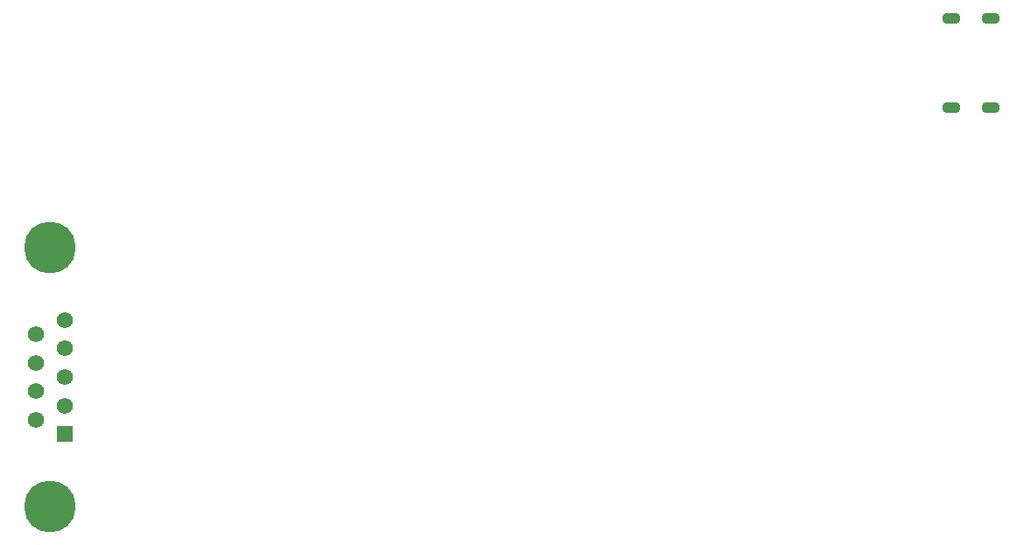
<source format=gbp>
G04 #@! TF.GenerationSoftware,KiCad,Pcbnew,(5.1.5-0)*
G04 #@! TF.CreationDate,2022-06-02T10:47:19-06:00*
G04 #@! TF.ProjectId,sq_lockin_v4,73715f6c-6f63-46b6-996e-5f76342e6b69,rev?*
G04 #@! TF.SameCoordinates,Original*
G04 #@! TF.FileFunction,Paste,Bot*
G04 #@! TF.FilePolarity,Positive*
%FSLAX46Y46*%
G04 Gerber Fmt 4.6, Leading zero omitted, Abs format (unit mm)*
G04 Created by KiCad (PCBNEW (5.1.5-0)) date 2022-06-02 10:47:19*
%MOMM*%
%LPD*%
G04 APERTURE LIST*
%ADD10C,5.000000*%
%ADD11C,1.575000*%
%ADD12R,1.575000X1.575000*%
%ADD13O,1.800000X1.100000*%
G04 APERTURE END LIST*
D10*
X116400000Y-99900000D03*
D11*
X114980000Y-83260000D03*
X114980000Y-86020000D03*
X114980000Y-88780000D03*
X114980000Y-91540000D03*
X117820000Y-81880000D03*
X117820000Y-84640000D03*
X117820000Y-90160000D03*
D12*
X117820000Y-92920000D03*
D10*
X116400000Y-74900000D03*
D11*
X117820000Y-87400000D03*
D13*
X207275000Y-61320000D03*
X207275000Y-52680000D03*
X203475000Y-61320000D03*
X203475000Y-52680000D03*
M02*

</source>
